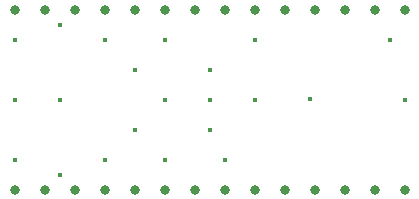
<source format=gbr>
%TF.GenerationSoftware,KiCad,Pcbnew,9.0.6*%
%TF.CreationDate,2026-01-11T12:01:36+09:00*%
%TF.ProjectId,EEPtoMASK_ROM1Mbit,45455074-6f4d-4415-934b-5f524f4d314d,rev?*%
%TF.SameCoordinates,Original*%
%TF.FileFunction,Plated,1,2,PTH,Drill*%
%TF.FilePolarity,Positive*%
%FSLAX46Y46*%
G04 Gerber Fmt 4.6, Leading zero omitted, Abs format (unit mm)*
G04 Created by KiCad (PCBNEW 9.0.6) date 2026-01-11 12:01:36*
%MOMM*%
%LPD*%
G01*
G04 APERTURE LIST*
%TA.AperFunction,ViaDrill*%
%ADD10C,0.400000*%
%TD*%
%TA.AperFunction,ComponentDrill*%
%ADD11C,0.800000*%
%TD*%
G04 APERTURE END LIST*
D10*
X41910000Y-24130000D03*
X41910000Y-29210000D03*
X41910000Y-34290000D03*
X45720000Y-22860000D03*
X45720000Y-29210000D03*
X45720000Y-35560000D03*
X49530000Y-24130000D03*
X49530000Y-34290000D03*
X52070000Y-26670000D03*
X52070000Y-31750000D03*
X54610000Y-24130000D03*
X54610000Y-29210000D03*
X54610000Y-34290000D03*
X58420000Y-26670000D03*
X58420000Y-29210000D03*
X58420000Y-31750000D03*
X59690000Y-34290000D03*
X62230000Y-24130000D03*
X62230000Y-29210000D03*
X66880000Y-29200000D03*
X73660000Y-24130000D03*
X74930000Y-29210000D03*
D11*
%TO.C,J1*%
X41910000Y-21590000D03*
X41910000Y-36830000D03*
X44450000Y-21590000D03*
X44450000Y-36830000D03*
X46990000Y-21590000D03*
X46990000Y-36830000D03*
X49530000Y-21590000D03*
X49530000Y-36830000D03*
X52070000Y-21590000D03*
X52070000Y-36830000D03*
X54610000Y-21590000D03*
X54610000Y-36830000D03*
X57150000Y-21590000D03*
X57150000Y-36830000D03*
X59690000Y-21590000D03*
X59690000Y-36830000D03*
X62230000Y-21590000D03*
X62230000Y-36830000D03*
X64770000Y-21590000D03*
X64770000Y-36830000D03*
X67310000Y-21590000D03*
X67310000Y-36830000D03*
X69850000Y-21590000D03*
X69850000Y-36830000D03*
X72390000Y-21590000D03*
X72390000Y-36830000D03*
X74930000Y-21590000D03*
X74930000Y-36830000D03*
M02*

</source>
